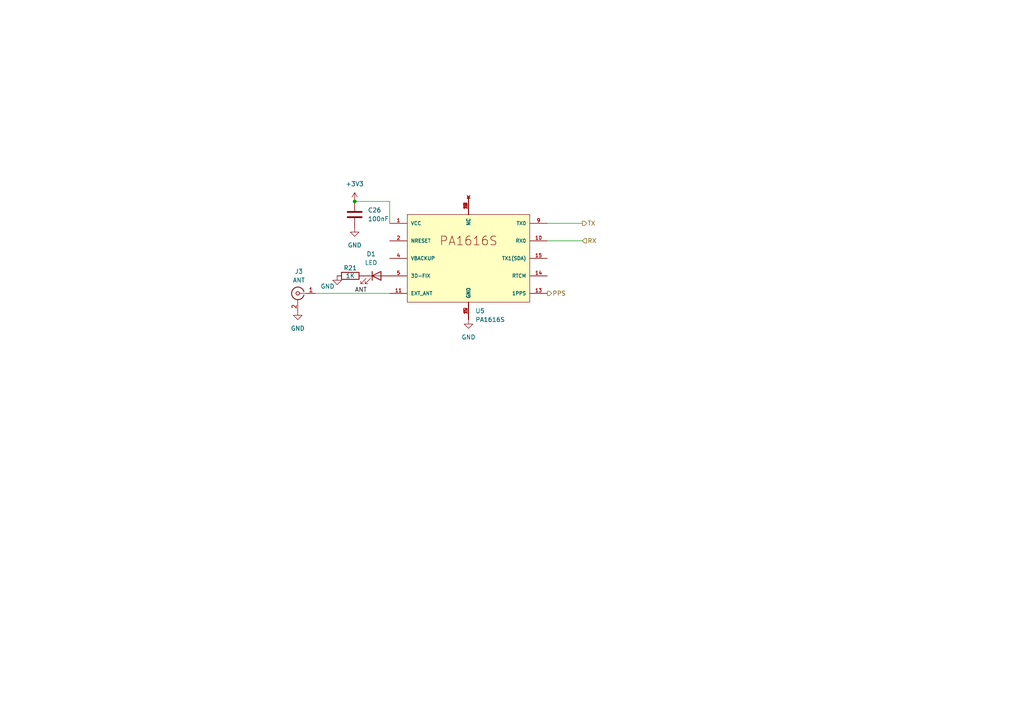
<source format=kicad_sch>
(kicad_sch (version 20250114) (generator "eeschema") (generator_version "9.0")
  (paper "A4")
  (lib_symbols
    (symbol "Connector:Conn_Coaxial" (pin_names (offset 1.016) (hide yes))
      (property "Reference" "J" (at 0.254 3.048 0))
      (property "Value" "Conn_Coaxial" (at 2.921 0 90))
      (symbol "Conn_Coaxial_0_1"
        (polyline (pts (xy -2.54 0) (xy -0.508 0)))
        (arc (start 1.778 0) (mid 0.222 -1.8079) (end -1.778 -0.508) (stroke (width 0.254)))
        (arc (start -1.778 0.508) (mid 0.2221 1.8084) (end 1.778 0) (stroke (width 0.254)))
        (circle (center 0 0) (radius 0.508) (stroke (width 0.2032)))
        (polyline (pts (xy 0 -2.54) (xy 0 -1.778)))
      )
      (symbol "Conn_Coaxial_1_1"
        (pin passive line (at -5.08 0 0) (length 2.54) (name "In") (number "1"))
        (pin passive line (at 0 -5.08 90) (length 2.54) (name "Ext") (number "2"))
      )
    )
    (symbol "Device:C" (pin_numbers (hide yes)) (pin_names (offset 0.254))
      (property "Reference" "C" (at 0.635 2.54 0))
      (property "Value" "C" (at 0.635 -2.54 0))
      (symbol "C_0_1"
        (polyline (pts (xy -2.032 0.762) (xy 2.032 0.762)) (stroke (width 0.508)))
        (polyline (pts (xy -2.032 -0.762) (xy 2.032 -0.762)) (stroke (width 0.508)))
      )
      (symbol "C_1_1"
        (pin passive line (at 0 3.81 270) (length 2.794) (name "~") (number "1"))
        (pin passive line (at 0 -3.81 90) (length 2.794) (name "~") (number "2"))
      )
    )
    (symbol "Device:LED" (pin_numbers (hide yes)) (pin_names (offset 1.016) (hide yes))
      (property "Reference" "D" (at 0 2.54 0))
      (property "Value" "LED" (at 0 -2.54 0))
      (symbol "LED_0_1"
        (polyline (pts (xy -3.048 -0.762) (xy -4.572 -2.286) (xy -3.81 -2.286) (xy -4.572 -2.286) (xy -4.572 -1.524)))
        (polyline (pts (xy -1.778 -0.762) (xy -3.302 -2.286) (xy -2.54 -2.286) (xy -3.302 -2.286) (xy -3.302 -1.524)))
        (polyline (pts (xy -1.27 0) (xy 1.27 0)))
        (polyline (pts (xy -1.27 -1.27) (xy -1.27 1.27)) (stroke (width 0.254)))
        (polyline (pts (xy 1.27 -1.27) (xy 1.27 1.27) (xy -1.27 0) (xy 1.27 -1.27)) (stroke (width 0.254)))
      )
      (symbol "LED_1_1"
        (pin passive line (at -3.81 0 0) (length 2.54) (name "K") (number "1"))
        (pin passive line (at 3.81 0 180) (length 2.54) (name "A") (number "2"))
      )
    )
    (symbol "Device:R" (pin_numbers (hide yes)) (pin_names (offset 0))
      (property "Reference" "R" (at 2.032 0 90))
      (property "Value" "R" (at 0 0 90))
      (symbol "R_0_1"
        (rectangle (start -1.016 -2.54) (end 1.016 2.54) (stroke (width 0.254)))
      )
      (symbol "R_1_1"
        (pin passive line (at 0 3.81 270) (length 1.27) (name "~") (number "1"))
        (pin passive line (at 0 -3.81 90) (length 1.27) (name "~") (number "2"))
      )
    )
    (symbol "PA1616S:PA1616S" (pin_names (offset 1.016))
      (property "Reference" "U" (at 0 0 0))
      (property "Value" "PA1616S" (at 0 0 0))
      (symbol "PA1616S_0_0"
        (rectangle (start -17.78 -12.7) (end 17.78 12.7) (stroke (width 0.1524)) (fill (type background)))
        (text "PA1616S" (at 0 5.08 0) (effects (font (size 2.54 2.54))))
        (pin bidirectional line (at -22.86 10.16 0) (length 5.08) (name "VCC") (number "1"))
        (pin bidirectional line (at -22.86 5.08 0) (length 5.08) (name "NRESET") (number "2"))
        (pin bidirectional line (at -22.86 0 0) (length 5.08) (name "VBACKUP") (number "4"))
        (pin bidirectional line (at -22.86 -5.08 0) (length 5.08) (name "3D-FIX") (number "5"))
        (pin bidirectional line (at -22.86 -10.16 0) (length 5.08) (name "EXT_ANT") (number "11"))
        (pin no_connect line (at 0 17.78 270) (length 5.08) (name "NC") (number "16"))
        (pin no_connect line (at 0 17.78 270) (length 5.08) (name "NC") (number "17"))
        (pin no_connect line (at 0 17.78 270) (length 5.08) (name "NC") (number "18"))
        (pin no_connect line (at 0 17.78 270) (length 5.08) (name "NC") (number "20"))
        (pin no_connect line (at 0 17.78 270) (length 5.08) (name "NC") (number "6"))
        (pin no_connect line (at 0 17.78 270) (length 5.08) (name "NC") (number "7"))
        (pin bidirectional line (at 0 -17.78 90) (length 5.08) (name "GND") (number "12"))
        (pin bidirectional line (at 0 -17.78 90) (length 5.08) (name "GND") (number "19"))
        (pin bidirectional line (at 0 -17.78 90) (length 5.08) (name "GND") (number "3"))
        (pin bidirectional line (at 0 -17.78 90) (length 5.08) (name "GND") (number "8"))
        (pin bidirectional line (at 22.86 10.16 180) (length 5.08) (name "TX0") (number "9"))
        (pin bidirectional line (at 22.86 5.08 180) (length 5.08) (name "RX0") (number "10"))
        (pin bidirectional line (at 22.86 0 180) (length 5.08) (name "TX1(SDA)") (number "15"))
        (pin bidirectional line (at 22.86 -5.08 180) (length 5.08) (name "RTCM") (number "14"))
        (pin bidirectional line (at 22.86 -10.16 180) (length 5.08) (name "1PPS") (number "13"))
      )
    )
    (symbol "power:+3V3" (power) (pin_numbers (hide yes)) (pin_names (offset 0) (hide yes))
      (property "Value" "+3V3" (at 0 3.556 0))
      (symbol "+3V3_0_1"
        (polyline (pts (xy -0.762 1.27) (xy 0 2.54)))
        (polyline (pts (xy 0 2.54) (xy 0.762 1.27)))
        (polyline (pts (xy 0 0) (xy 0 2.54)))
      )
      (symbol "+3V3_1_1"
        (pin power_in line (at 0 0 90) (length 0) (name "~") (number "1"))
      )
    )
    (symbol "power:GND" (power) (pin_numbers (hide yes)) (pin_names (offset 0) (hide yes))
      (property "Value" "GND" (at 0 -3.81 0))
      (symbol "GND_0_1"
        (polyline (pts (xy 0 0) (xy 0 -1.27) (xy 1.27 -1.27) (xy 0 -2.54) (xy -1.27 -1.27) (xy 0 -1.27)))
      )
      (symbol "GND_1_1"
        (pin power_in line (at 0 0 270) (length 0) (name "~") (number "1"))
      )
    )
  )
  (junction (at 102.87 58.42))
  (wire (pts (xy 102.87 58.42) (xy 113.03 58.42)))
  (wire (pts (xy 168.91 69.85) (xy 158.75 69.85)))
  (wire (pts (xy 113.03 58.42) (xy 113.03 64.77)))
  (wire (pts (xy 168.91 64.77) (xy 158.75 64.77)))
  (wire (pts (xy 91.44 85.09) (xy 113.03 85.09)))
  (label "ANT" (at 102.87 85.09 0))
  (hierarchical_label "TX" (shape output) (at 168.91 64.77 0))
  (hierarchical_label "PPS" (shape output) (at 158.75 85.09 0))
  (hierarchical_label "RX" (shape input) (at 168.91 69.85 0))
  (symbol (lib_id "power:GND") (at 135.89 92.71 0) (unit 1)
    (property "Reference" "#PWR042" (effects (hide yes)))
    (property "Value" "GND" (at 135.89 97.79 0))
    (property "Description" "Power symbol creates a global label with name \"GND\" , ground" (effects (hide yes)))
  )
  (symbol (lib_id "Connector:Conn_Coaxial") (at 86.36 85.09 0) (mirror y) (unit 1)
    (property "Reference" "J3" (at 86.6774 78.74 0))
    (property "Value" "ANT" (at 86.6774 81.28 0))
    (property "Footprint" "Connector_Coaxial:MMCX_Molex_73415-1471_Vertical" (effects (hide yes)))
    (property "Description" "coaxial connector (BNC, SMA, SMB, SMC, Cinch/RCA, LEMO, ...)" (effects (hide yes)))
  )
  (symbol (lib_id "Device:LED") (at 109.22 80.01 0) (unit 1)
    (property "Reference" "D1" (at 107.6325 73.66 0))
    (property "Value" "LED" (at 107.6325 76.2 0))
    (property "Footprint" "LED_SMD:LED_0603_1608Metric" (effects (hide yes)))
    (property "Description" "Light emitting diode" (effects (hide yes)))
    (property "Sim.Pins" "1=K 2=A" (effects (hide yes)))
  )
  (symbol (lib_id "power:GND") (at 102.87 66.04 0) (unit 1)
    (property "Reference" "#PWR039" (effects (hide yes)))
    (property "Value" "GND" (at 102.87 71.12 0))
    (property "Description" "Power symbol creates a global label with name \"GND\" , ground" (effects (hide yes)))
  )
  (symbol (lib_id "Device:R") (at 101.6 80.01 90) (unit 1)
    (property "Reference" "R21" (at 101.6 77.724 90))
    (property "Value" "1K" (at 101.6 80.01 90))
    (property "Footprint" "Resistor_SMD:R_0402_1005Metric" (effects (hide yes)))
    (property "Description" "Resistor" (effects (hide yes)))
  )
  (symbol (lib_id "PA1616S:PA1616S") (at 135.89 74.93 0) (unit 1)
    (property "Reference" "U5" (at 137.8586 90.17 0) (effects (justify left)))
    (property "Value" "PA1616S" (at 137.8586 92.71 0) (effects (justify left)))
    (property "Footprint" "PA1616S:PA1616S" (effects (hide yes)))
    (property "MF" "cdtop-technology" (effects (hide yes)))
    (property "Package" "None" (effects (hide yes)))
    (property "Price" "None" (effects (hide yes)))
    (property "SnapEDA_Link" "https://www.snapeda.com/parts/PA1616S/P-Tec/view-part/?ref=snap" (effects (hide yes)))
    (property "MP" "PA1616S" (effects (hide yes)))
    (property "Availability" "Not in stock" (effects (hide yes)))
    (property "Check_prices" "https://www.snapeda.com/parts/PA1616S/P-Tec/view-part/?ref=eda" (effects (hide yes)))
  )
  (symbol (lib_id "Device:C") (at 102.87 62.23 0) (unit 1)
    (property "Reference" "C26" (at 106.68 60.9599 0) (effects (justify left)))
    (property "Value" "100nF" (at 106.68 63.4999 0) (effects (justify left)))
    (property "Footprint" "Capacitor_SMD:C_0402_1005Metric" (effects (hide yes)))
    (property "Description" "Unpolarized capacitor" (effects (hide yes)))
  )
  (symbol (lib_id "power:GND") (at 97.79 80.01 0) (unit 1)
    (property "Reference" "#PWR040" (effects (hide yes)))
    (property "Value" "GND" (at 94.996 83.058 0))
    (property "Description" "Power symbol creates a global label with name \"GND\" , ground" (effects (hide yes)))
  )
  (symbol (lib_id "power:GND") (at 86.36 90.17 0) (unit 1)
    (property "Reference" "#PWR041" (effects (hide yes)))
    (property "Value" "GND" (at 86.36 95.25 0))
    (property "Description" "Power symbol creates a global label with name \"GND\" , ground" (effects (hide yes)))
  )
  (symbol (lib_id "power:+3V3") (at 102.87 58.42 0) (unit 1)
    (property "Reference" "#PWR038" (effects (hide yes)))
    (property "Value" "+3V3" (at 102.87 53.34 0))
    (property "Description" "Power symbol creates a global label with name \"+3V3\"" (effects (hide yes)))
  )
)
</source>
